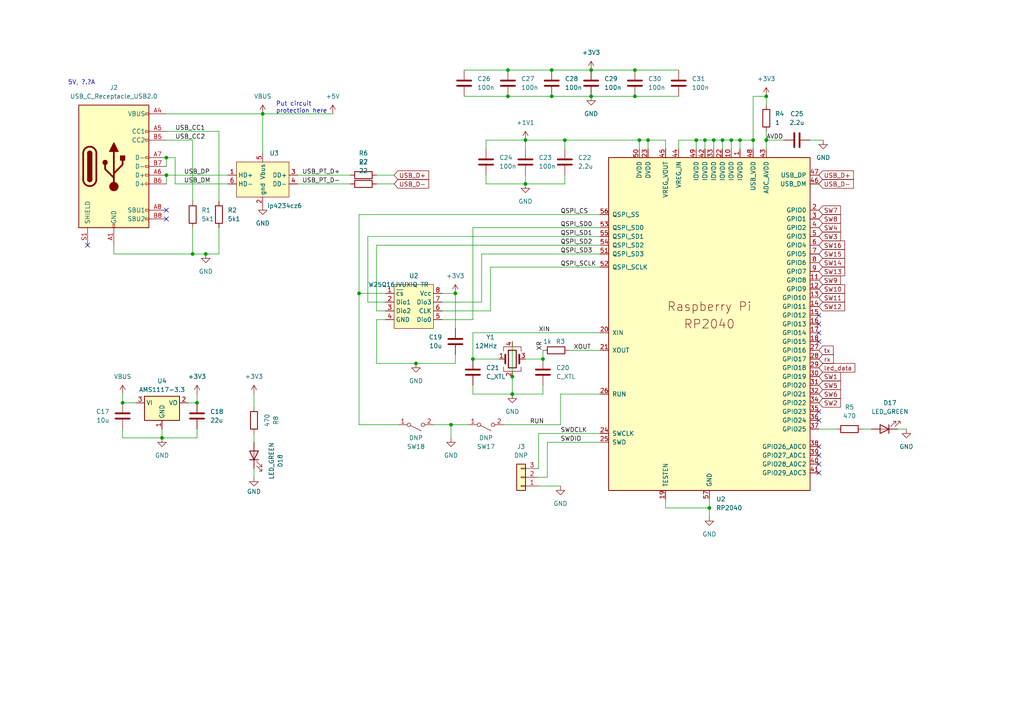
<source format=kicad_sch>
(kicad_sch (version 20230121) (generator eeschema)
  (paper "A4")
  (lib_symbols
    (symbol "Connector:USB_C_Receptacle_USB2.0" (pin_names (offset 1.016))
      (property "Reference" "J" (at -10.16 19.05 0))
      (property "Value" "USB_C_Receptacle_USB2.0" (at 19.05 19.05 0))
      (symbol "USB_C_Receptacle_USB2.0_0_0"
        (rectangle (start -0.254 -17.78) (end 0.254 -16.764))
        (rectangle (start 10.16 -14.986) (end 9.144 -15.494))
        (rectangle (start 10.16 -12.446) (end 9.144 -12.954))
        (rectangle (start 10.16 -4.826) (end 9.144 -5.334))
        (rectangle (start 10.16 -2.286) (end 9.144 -2.794))
        (rectangle (start 10.16 0.254) (end 9.144 -0.254))
        (rectangle (start 10.16 2.794) (end 9.144 2.286))
        (rectangle (start 10.16 7.874) (end 9.144 7.366))
        (rectangle (start 10.16 10.414) (end 9.144 9.906))
        (rectangle (start 10.16 15.494) (end 9.144 14.986))
      )
      (symbol "USB_C_Receptacle_USB2.0_0_1"
        (rectangle (start -10.16 17.78) (end 10.16 -17.78) (stroke (width 0.254)) (fill (type background)))
        (arc (start -8.89 -3.81) (mid -6.985 -5.7067) (end -5.08 -3.81) (stroke (width 0.508)))
        (arc (start -7.62 -3.81) (mid -6.985 -4.4423) (end -6.35 -3.81) (stroke (width 0.254)))
        (arc (start -7.62 -3.81) (mid -6.985 -4.4423) (end -6.35 -3.81) (stroke (width 0.254)) (fill (type outline)))
        (rectangle (start -7.62 -3.81) (end -6.35 3.81) (stroke (width 0.254)) (fill (type outline)))
        (arc (start -6.35 3.81) (mid -6.985 4.4423) (end -7.62 3.81) (stroke (width 0.254)))
        (arc (start -6.35 3.81) (mid -6.985 4.4423) (end -7.62 3.81) (stroke (width 0.254)) (fill (type outline)))
        (arc (start -5.08 3.81) (mid -6.985 5.7067) (end -8.89 3.81) (stroke (width 0.508)))
        (circle (center -2.54 1.143) (radius 0.635) (stroke (width 0.254)) (fill (type outline)))
        (circle (center 0 -5.842) (radius 1.27) (fill (type outline)))
        (polyline (pts (xy -8.89 -3.81) (xy -8.89 3.81)) (stroke (width 0.508)))
        (polyline (pts (xy -5.08 3.81) (xy -5.08 -3.81)) (stroke (width 0.508)))
        (polyline (pts (xy 0 -5.842) (xy 0 4.318)) (stroke (width 0.508)))
        (polyline (pts (xy 0 -3.302) (xy -2.54 -0.762) (xy -2.54 0.508)) (stroke (width 0.508)))
        (polyline (pts (xy 0 -2.032) (xy 2.54 0.508) (xy 2.54 1.778)) (stroke (width 0.508)))
        (polyline (pts (xy -1.27 4.318) (xy 0 6.858) (xy 1.27 4.318) (xy -1.27 4.318)) (stroke (width 0.254)) (fill (type outline)))
        (rectangle (start 1.905 1.778) (end 3.175 3.048) (stroke (width 0.254)) (fill (type outline)))
      )
      (symbol "USB_C_Receptacle_USB2.0_1_1"
        (pin passive line (at 0 -22.86 90) (length 5.08) (name "GND") (number "A1"))
        (pin passive line (at 0 -22.86 90) (length 5.08) hide (name "GND") (number "A12"))
        (pin passive line (at 15.24 15.24 180) (length 5.08) (name "VBUS") (number "A4"))
        (pin bidirectional line (at 15.24 10.16 180) (length 5.08) (name "CC1") (number "A5"))
        (pin bidirectional line (at 15.24 -2.54 180) (length 5.08) (name "D+") (number "A6"))
        (pin bidirectional line (at 15.24 2.54 180) (length 5.08) (name "D-") (number "A7"))
        (pin bidirectional line (at 15.24 -12.7 180) (length 5.08) (name "SBU1") (number "A8"))
        (pin passive line (at 15.24 15.24 180) (length 5.08) hide (name "VBUS") (number "A9"))
        (pin passive line (at 0 -22.86 90) (length 5.08) hide (name "GND") (number "B1"))
        (pin passive line (at 0 -22.86 90) (length 5.08) hide (name "GND") (number "B12"))
        (pin passive line (at 15.24 15.24 180) (length 5.08) hide (name "VBUS") (number "B4"))
        (pin bidirectional line (at 15.24 7.62 180) (length 5.08) (name "CC2") (number "B5"))
        (pin bidirectional line (at 15.24 -5.08 180) (length 5.08) (name "D+") (number "B6"))
        (pin bidirectional line (at 15.24 0 180) (length 5.08) (name "D-") (number "B7"))
        (pin bidirectional line (at 15.24 -15.24 180) (length 5.08) (name "SBU2") (number "B8"))
        (pin passive line (at 15.24 15.24 180) (length 5.08) hide (name "VBUS") (number "B9"))
        (pin passive line (at -7.62 -22.86 90) (length 5.08) (name "SHIELD") (number "S1"))
      )
    )
    (symbol "Connector_Generic:Conn_01x03" (pin_names (offset 1.016) hide)
      (property "Reference" "J" (at 0 5.08 0))
      (property "Value" "Conn_01x03" (at 0 -5.08 0))
      (symbol "Conn_01x03_1_1"
        (rectangle (start -1.27 -2.413) (end 0 -2.667) (stroke (width 0.1524)))
        (rectangle (start -1.27 0.127) (end 0 -0.127) (stroke (width 0.1524)))
        (rectangle (start -1.27 2.667) (end 0 2.413) (stroke (width 0.1524)))
        (rectangle (start -1.27 3.81) (end 1.27 -3.81) (stroke (width 0.254)) (fill (type background)))
        (pin passive line (at -5.08 2.54 0) (length 3.81) (name "Pin_1") (number "1"))
        (pin passive line (at -5.08 0 0) (length 3.81) (name "Pin_2") (number "2"))
        (pin passive line (at -5.08 -2.54 0) (length 3.81) (name "Pin_3") (number "3"))
      )
    )
    (symbol "Device:C" (pin_numbers hide) (pin_names (offset 0.254))
      (property "Reference" "C" (at 0.635 2.54 0))
      (property "Value" "C" (at 0.635 -2.54 0))
      (symbol "C_0_1"
        (polyline (pts (xy -2.032 -0.762) (xy 2.032 -0.762)) (stroke (width 0.508)))
        (polyline (pts (xy -2.032 0.762) (xy 2.032 0.762)) (stroke (width 0.508)))
      )
      (symbol "C_1_1"
        (pin passive line (at 0 3.81 270) (length 2.794) (name "~") (number "1"))
        (pin passive line (at 0 -3.81 90) (length 2.794) (name "~") (number "2"))
      )
    )
    (symbol "Device:Crystal_GND24" (pin_names (offset 1.016) hide)
      (property "Reference" "Y" (at 3.175 5.08 0))
      (property "Value" "Crystal_GND24" (at 3.175 3.175 0))
      (symbol "Crystal_GND24_0_1"
        (rectangle (start -1.143 2.54) (end 1.143 -2.54) (stroke (width 0.3048)))
        (polyline (pts (xy -2.54 0) (xy -2.032 0)))
        (polyline (pts (xy -2.032 -1.27) (xy -2.032 1.27)) (stroke (width 0.508)))
        (polyline (pts (xy 0 -3.81) (xy 0 -3.556)))
        (polyline (pts (xy 0 3.556) (xy 0 3.81)))
        (polyline (pts (xy 2.032 -1.27) (xy 2.032 1.27)) (stroke (width 0.508)))
        (polyline (pts (xy 2.032 0) (xy 2.54 0)))
        (polyline (pts (xy -2.54 -2.286) (xy -2.54 -3.556) (xy 2.54 -3.556) (xy 2.54 -2.286)))
        (polyline (pts (xy -2.54 2.286) (xy -2.54 3.556) (xy 2.54 3.556) (xy 2.54 2.286)))
      )
      (symbol "Crystal_GND24_1_1"
        (pin passive line (at -3.81 0 0) (length 1.27) (name "1") (number "1"))
        (pin passive line (at 0 5.08 270) (length 1.27) (name "2") (number "2"))
        (pin passive line (at 3.81 0 180) (length 1.27) (name "3") (number "3"))
        (pin passive line (at 0 -5.08 90) (length 1.27) (name "4") (number "4"))
      )
    )
    (symbol "Device:LED" (pin_numbers hide) (pin_names (offset 1.016) hide)
      (property "Reference" "D" (at 0 2.54 0))
      (property "Value" "LED" (at 0 -2.54 0))
      (symbol "LED_0_1"
        (polyline (pts (xy -1.27 -1.27) (xy -1.27 1.27)) (stroke (width 0.254)))
        (polyline (pts (xy -1.27 0) (xy 1.27 0)))
        (polyline (pts (xy 1.27 -1.27) (xy 1.27 1.27) (xy -1.27 0) (xy 1.27 -1.27)) (stroke (width 0.254)))
        (polyline (pts (xy -3.048 -0.762) (xy -4.572 -2.286) (xy -3.81 -2.286) (xy -4.572 -2.286) (xy -4.572 -1.524)))
        (polyline (pts (xy -1.778 -0.762) (xy -3.302 -2.286) (xy -2.54 -2.286) (xy -3.302 -2.286) (xy -3.302 -1.524)))
      )
      (symbol "LED_1_1"
        (pin passive line (at -3.81 0 0) (length 2.54) (name "K") (number "1"))
        (pin passive line (at 3.81 0 180) (length 2.54) (name "A") (number "2"))
      )
    )
    (symbol "Device:R" (pin_numbers hide) (pin_names (offset 0))
      (property "Reference" "R" (at 2.032 0 90))
      (property "Value" "R" (at 0 0 90))
      (symbol "R_0_1"
        (rectangle (start -1.016 -2.54) (end 1.016 2.54) (stroke (width 0.254)))
      )
      (symbol "R_1_1"
        (pin passive line (at 0 3.81 270) (length 1.27) (name "~") (number "1"))
        (pin passive line (at 0 -3.81 90) (length 1.27) (name "~") (number "2"))
      )
    )
    (symbol "MCU_RaspberryPi_and_Boards:256-W25Q16JVUXIQTRCT"
      (property "Reference" "U" (at 0 7.62 0))
      (symbol "256-W25Q16JVUXIQTRCT_1_1"
        (rectangle (start -5.08 6.35) (end 6.35 -6.35) (fill (type background)))
        (pin power_in line (at -7.62 3.81 0) (length 2.54) (name "~{cs}") (number "1"))
        (pin power_in line (at -7.62 1.27 0) (length 2.54) (name "Dio1") (number "2"))
        (pin power_in line (at -7.62 -1.27 0) (length 2.54) (name "Dio2") (number "3"))
        (pin power_in line (at -7.62 -3.81 0) (length 2.54) (name "GND") (number "4"))
        (pin power_in line (at 8.89 -3.81 180) (length 2.54) (name "Dio0") (number "5"))
        (pin power_in line (at 8.89 -1.27 180) (length 2.54) (name "CLK") (number "6"))
        (pin power_in line (at 8.89 1.27 180) (length 2.54) (name "Dio3") (number "7"))
        (pin power_in line (at 8.89 3.81 180) (length 2.54) (name "Vcc") (number "8"))
      )
    )
    (symbol "MCU_RaspberryPi_and_Boards:RP2040" (pin_names (offset 1.016))
      (property "Reference" "U" (at -29.21 49.53 0))
      (property "Value" "RP2040" (at 24.13 -49.53 0))
      (symbol "RP2040_0_0"
        (text "Raspberry Pi" (at 0 5.08 0) (effects (font (size 2.54 2.54))))
        (text "RP2040" (at 0 0 0) (effects (font (size 2.54 2.54))))
      )
      (symbol "RP2040_0_1"
        (rectangle (start 29.21 48.26) (end -29.21 -48.26) (stroke (width 0.254)) (fill (type background)))
      )
      (symbol "RP2040_1_1"
        (pin power_in line (at 8.89 50.8 270) (length 2.54) (name "IOVDD") (number "1"))
        (pin power_in line (at 6.35 50.8 270) (length 2.54) (name "IOVDD") (number "10"))
        (pin bidirectional line (at 31.75 12.7 180) (length 2.54) (name "GPIO8") (number "11"))
        (pin bidirectional line (at 31.75 10.16 180) (length 2.54) (name "GPIO9") (number "12"))
        (pin bidirectional line (at 31.75 7.62 180) (length 2.54) (name "GPIO10") (number "13"))
        (pin bidirectional line (at 31.75 5.08 180) (length 2.54) (name "GPIO11") (number "14"))
        (pin bidirectional line (at 31.75 2.54 180) (length 2.54) (name "GPIO12") (number "15"))
        (pin bidirectional line (at 31.75 0 180) (length 2.54) (name "GPIO13") (number "16"))
        (pin bidirectional line (at 31.75 -2.54 180) (length 2.54) (name "GPIO14") (number "17"))
        (pin bidirectional line (at 31.75 -5.08 180) (length 2.54) (name "GPIO15") (number "18"))
        (pin passive line (at -12.7 -50.8 90) (length 2.54) (name "TESTEN") (number "19"))
        (pin bidirectional line (at 31.75 33.02 180) (length 2.54) (name "GPIO0") (number "2"))
        (pin input line (at -31.75 -2.54 0) (length 2.54) (name "XIN") (number "20"))
        (pin passive line (at -31.75 -7.62 0) (length 2.54) (name "XOUT") (number "21"))
        (pin power_in line (at 3.81 50.8 270) (length 2.54) (name "IOVDD") (number "22"))
        (pin power_in line (at -17.78 50.8 270) (length 2.54) (name "DVDD") (number "23"))
        (pin output line (at -31.75 -31.75 0) (length 2.54) (name "SWCLK") (number "24"))
        (pin bidirectional line (at -31.75 -34.29 0) (length 2.54) (name "SWD") (number "25"))
        (pin input line (at -31.75 -20.32 0) (length 2.54) (name "RUN") (number "26"))
        (pin bidirectional line (at 31.75 -7.62 180) (length 2.54) (name "GPIO16") (number "27"))
        (pin bidirectional line (at 31.75 -10.16 180) (length 2.54) (name "GPIO17") (number "28"))
        (pin bidirectional line (at 31.75 -12.7 180) (length 2.54) (name "GPIO18") (number "29"))
        (pin bidirectional line (at 31.75 30.48 180) (length 2.54) (name "GPIO1") (number "3"))
        (pin bidirectional line (at 31.75 -15.24 180) (length 2.54) (name "GPIO19") (number "30"))
        (pin bidirectional line (at 31.75 -17.78 180) (length 2.54) (name "GPIO20") (number "31"))
        (pin bidirectional line (at 31.75 -20.32 180) (length 2.54) (name "GPIO21") (number "32"))
        (pin power_in line (at 1.27 50.8 270) (length 2.54) (name "IOVDD") (number "33"))
        (pin bidirectional line (at 31.75 -22.86 180) (length 2.54) (name "GPIO22") (number "34"))
        (pin bidirectional line (at 31.75 -25.4 180) (length 2.54) (name "GPIO23") (number "35"))
        (pin bidirectional line (at 31.75 -27.94 180) (length 2.54) (name "GPIO24") (number "36"))
        (pin bidirectional line (at 31.75 -30.48 180) (length 2.54) (name "GPIO25") (number "37"))
        (pin bidirectional line (at 31.75 -35.56 180) (length 2.54) (name "GPIO26_ADC0") (number "38"))
        (pin bidirectional line (at 31.75 -38.1 180) (length 2.54) (name "GPIO27_ADC1") (number "39"))
        (pin bidirectional line (at 31.75 27.94 180) (length 2.54) (name "GPIO2") (number "4"))
        (pin bidirectional line (at 31.75 -40.64 180) (length 2.54) (name "GPIO28_ADC2") (number "40"))
        (pin bidirectional line (at 31.75 -43.18 180) (length 2.54) (name "GPIO29_ADC3") (number "41"))
        (pin power_in line (at -1.27 50.8 270) (length 2.54) (name "IOVDD") (number "42"))
        (pin power_in line (at 16.51 50.8 270) (length 2.54) (name "ADC_AVDD") (number "43"))
        (pin power_in line (at -8.89 50.8 270) (length 2.54) (name "VREG_IN") (number "44"))
        (pin power_out line (at -12.7 50.8 270) (length 2.54) (name "VREG_VOUT") (number "45"))
        (pin bidirectional line (at 31.75 40.64 180) (length 2.54) (name "USB_DM") (number "46"))
        (pin bidirectional line (at 31.75 43.18 180) (length 2.54) (name "USB_DP") (number "47"))
        (pin power_in line (at 12.7 50.8 270) (length 2.54) (name "USB_VDD") (number "48"))
        (pin power_in line (at -3.81 50.8 270) (length 2.54) (name "IOVDD") (number "49"))
        (pin bidirectional line (at 31.75 25.4 180) (length 2.54) (name "GPIO3") (number "5"))
        (pin power_in line (at -20.32 50.8 270) (length 2.54) (name "DVDD") (number "50"))
        (pin bidirectional line (at -31.75 20.32 0) (length 2.54) (name "QSPI_SD3") (number "51"))
        (pin output line (at -31.75 16.51 0) (length 2.54) (name "QSPI_SCLK") (number "52"))
        (pin bidirectional line (at -31.75 27.94 0) (length 2.54) (name "QSPI_SD0") (number "53"))
        (pin bidirectional line (at -31.75 22.86 0) (length 2.54) (name "QSPI_SD2") (number "54"))
        (pin bidirectional line (at -31.75 25.4 0) (length 2.54) (name "QSPI_SD1") (number "55"))
        (pin bidirectional line (at -31.75 31.75 0) (length 2.54) (name "QSPI_SS") (number "56"))
        (pin power_in line (at 0 -50.8 90) (length 2.54) (name "GND") (number "57"))
        (pin bidirectional line (at 31.75 22.86 180) (length 2.54) (name "GPIO4") (number "6"))
        (pin bidirectional line (at 31.75 20.32 180) (length 2.54) (name "GPIO5") (number "7"))
        (pin bidirectional line (at 31.75 17.78 180) (length 2.54) (name "GPIO6") (number "8"))
        (pin bidirectional line (at 31.75 15.24 180) (length 2.54) (name "GPIO7") (number "9"))
      )
    )
    (symbol "Regulator_Linear:AMS1117-3.3"
      (property "Reference" "U" (at -3.81 3.175 0))
      (property "Value" "AMS1117-3.3" (at 0 3.175 0))
      (symbol "AMS1117-3.3_0_1"
        (rectangle (start -5.08 -5.08) (end 5.08 1.905) (stroke (width 0.254)) (fill (type background)))
      )
      (symbol "AMS1117-3.3_1_1"
        (pin power_in line (at 0 -7.62 90) (length 2.54) (name "GND") (number "1"))
        (pin power_out line (at 7.62 0 180) (length 2.54) (name "VO") (number "2"))
        (pin power_in line (at -7.62 0 0) (length 2.54) (name "VI") (number "3"))
      )
    )
    (symbol "Switch:SW_SPST" (pin_names (offset 0) hide)
      (property "Reference" "SW" (at 0 3.175 0))
      (property "Value" "SW_SPST" (at 0 -2.54 0))
      (symbol "SW_SPST_0_0"
        (circle (center -2.032 0) (radius 0.508))
        (polyline (pts (xy -1.524 0.254) (xy 1.524 1.778)))
        (circle (center 2.032 0) (radius 0.508))
      )
      (symbol "SW_SPST_1_1"
        (pin passive line (at -5.08 0 0) (length 2.54) (name "A") (number "1"))
        (pin passive line (at 5.08 0 180) (length 2.54) (name "B") (number "2"))
      )
    )
    (symbol "power:+1V1" (power) (pin_names (offset 0))
      (property "Value" "+1V1" (at 0 3.556 0))
      (symbol "+1V1_0_1"
        (polyline (pts (xy -0.762 1.27) (xy 0 2.54)))
        (polyline (pts (xy 0 0) (xy 0 2.54)))
        (polyline (pts (xy 0 2.54) (xy 0.762 1.27)))
      )
      (symbol "+1V1_1_1"
        (pin power_in line (at 0 0 90) (length 0) hide (name "+1V1") (number "1"))
      )
    )
    (symbol "power:+3V3" (power) (pin_names (offset 0))
      (property "Value" "+3V3" (at 0 3.556 0))
      (symbol "+3V3_0_1"
        (polyline (pts (xy -0.762 1.27) (xy 0 2.54)))
        (polyline (pts (xy 0 0) (xy 0 2.54)))
        (polyline (pts (xy 0 2.54) (xy 0.762 1.27)))
      )
      (symbol "+3V3_1_1"
        (pin power_in line (at 0 0 90) (length 0) hide (name "+3V3") (number "1"))
      )
    )
    (symbol "power:+5V" (power) (pin_names (offset 0))
      (property "Value" "+5V" (at 0 3.556 0))
      (symbol "+5V_0_1"
        (polyline (pts (xy -0.762 1.27) (xy 0 2.54)))
        (polyline (pts (xy 0 0) (xy 0 2.54)))
        (polyline (pts (xy 0 2.54) (xy 0.762 1.27)))
      )
      (symbol "+5V_1_1"
        (pin power_in line (at 0 0 90) (length 0) hide (name "+5V") (number "1"))
      )
    )
    (symbol "power:GND" (power) (pin_names (offset 0))
      (property "Value" "GND" (at 0 -3.81 0))
      (symbol "GND_0_1"
        (polyline (pts (xy 0 0) (xy 0 -1.27) (xy 1.27 -1.27) (xy 0 -2.54) (xy -1.27 -1.27) (xy 0 -1.27)))
      )
      (symbol "GND_1_1"
        (pin power_in line (at 0 0 270) (length 0) hide (name "GND") (number "1"))
      )
    )
    (symbol "power:VBUS" (power) (pin_names (offset 0))
      (property "Value" "VBUS" (at 0 3.81 0))
      (symbol "VBUS_0_1"
        (polyline (pts (xy -0.762 1.27) (xy 0 2.54)))
        (polyline (pts (xy 0 0) (xy 0 2.54)))
        (polyline (pts (xy 0 2.54) (xy 0.762 1.27)))
      )
      (symbol "VBUS_1_1"
        (pin power_in line (at 0 0 90) (length 0) hide (name "VBUS") (number "1"))
      )
    )
    (symbol "tvs:ip4234cz6"
      (property "Reference" "U" (at -6.35 6.35 0))
      (symbol "ip4234cz6_1_1"
        (rectangle (start -7.62 5.08) (end 7.62 -5.08) (fill (type background)))
        (pin input line (at -10.16 1.27 0) (length 2.54) (name "HD+") (number "1"))
        (pin input line (at 0 -7.62 90) (length 2.54) (name "gnd") (number "2"))
        (pin input line (at 10.16 1.27 180) (length 2.54) (name "DD+") (number "3"))
        (pin input line (at 10.16 -1.27 180) (length 2.54) (name "DD-") (number "4"))
        (pin input line (at 0 7.62 270) (length 2.54) (name "Vbus") (number "5"))
        (pin input line (at -10.16 -1.27 0) (length 2.54) (name "HD-") (number "6"))
      )
    )
  )
  (junction (at 55.88 73.66))
  (junction (at 209.55 40.64))
  (junction (at 205.74 147.32))
  (junction (at 57.15 116.84))
  (junction (at 187.96 40.64))
  (junction (at 76.2 33.02))
  (junction (at 184.15 20.32))
  (junction (at 207.01 40.64))
  (junction (at 137.16 104.14))
  (junction (at 148.59 109.22))
  (junction (at 147.32 27.94))
  (junction (at 148.59 114.3))
  (junction (at 104.14 85.09))
  (junction (at 212.09 40.64))
  (junction (at 120.65 105.41))
  (junction (at 48.26 50.8))
  (junction (at 35.56 116.84))
  (junction (at 147.32 20.32))
  (junction (at 218.44 40.64))
  (junction (at 59.69 73.66))
  (junction (at 163.83 40.64))
  (junction (at 157.48 104.14))
  (junction (at 185.42 40.64))
  (junction (at 160.02 20.32))
  (junction (at 222.25 40.64))
  (junction (at 201.93 40.64))
  (junction (at 48.26 45.72))
  (junction (at 130.81 123.19))
  (junction (at 171.45 20.32))
  (junction (at 204.47 40.64))
  (junction (at 222.25 27.94))
  (junction (at 152.4 53.34))
  (junction (at 152.4 40.64))
  (junction (at 132.08 85.09))
  (junction (at 46.99 127))
  (junction (at 184.15 27.94))
  (junction (at 214.63 40.64))
  (junction (at 171.45 27.94))
  (junction (at 160.02 27.94))
  (no_connect (at 237.49 96.52))
  (no_connect (at 237.49 119.38))
  (no_connect (at 237.49 121.92))
  (no_connect (at 237.49 134.62))
  (no_connect (at 237.49 132.08))
  (no_connect (at 48.26 63.5))
  (no_connect (at 237.49 91.44))
  (no_connect (at 25.4 71.12))
  (no_connect (at 237.49 99.06))
  (no_connect (at 237.49 93.98))
  (no_connect (at 48.26 60.96))
  (no_connect (at 237.49 129.54))
  (no_connect (at 237.49 137.16))
  (wire (pts (xy 35.56 114.3) (xy 35.56 116.84)))
  (wire (pts (xy 163.83 40.64) (xy 163.83 43.18)))
  (wire (pts (xy 171.45 27.94) (xy 184.15 27.94)))
  (wire (pts (xy 35.56 127) (xy 35.56 124.46)))
  (wire (pts (xy 214.63 40.64) (xy 218.44 40.64)))
  (wire (pts (xy 128.27 92.71) (xy 137.16 92.71)))
  (wire (pts (xy 187.96 43.18) (xy 187.96 40.64)))
  (wire (pts (xy 205.74 144.78) (xy 205.74 147.32)))
  (wire (pts (xy 109.22 105.41) (xy 120.65 105.41)))
  (wire (pts (xy 128.27 85.09) (xy 132.08 85.09)))
  (wire (pts (xy 184.15 20.32) (xy 196.85 20.32)))
  (wire (pts (xy 163.83 53.34) (xy 152.4 53.34)))
  (wire (pts (xy 120.65 105.41) (xy 132.08 105.41)))
  (wire (pts (xy 137.16 66.04) (xy 137.16 92.71)))
  (wire (pts (xy 132.08 85.09) (xy 132.08 95.25)))
  (wire (pts (xy 157.48 104.14) (xy 157.48 101.6)))
  (wire (pts (xy 33.02 73.66) (xy 55.88 73.66)))
  (wire (pts (xy 46.99 127) (xy 35.56 127)))
  (wire (pts (xy 158.75 128.27) (xy 158.75 138.43)))
  (wire (pts (xy 250.19 124.46) (xy 252.73 124.46)))
  (wire (pts (xy 160.02 20.32) (xy 171.45 20.32)))
  (wire (pts (xy 260.35 124.46) (xy 262.89 124.46)))
  (wire (pts (xy 148.59 114.3) (xy 157.48 114.3)))
  (wire (pts (xy 106.68 68.58) (xy 173.99 68.58)))
  (wire (pts (xy 76.2 33.02) (xy 76.2 44.45)))
  (wire (pts (xy 137.16 96.52) (xy 173.99 96.52)))
  (wire (pts (xy 204.47 40.64) (xy 207.01 40.64)))
  (wire (pts (xy 86.36 53.34) (xy 101.6 53.34)))
  (wire (pts (xy 86.36 50.8) (xy 101.6 50.8)))
  (wire (pts (xy 148.59 99.06) (xy 148.59 109.22)))
  (wire (pts (xy 204.47 40.64) (xy 204.47 43.18)))
  (wire (pts (xy 140.97 40.64) (xy 152.4 40.64)))
  (wire (pts (xy 156.21 140.97) (xy 162.56 140.97)))
  (wire (pts (xy 46.99 124.46) (xy 46.99 127)))
  (wire (pts (xy 111.76 87.63) (xy 106.68 87.63)))
  (wire (pts (xy 146.05 123.19) (xy 162.56 123.19)))
  (wire (pts (xy 193.04 144.78) (xy 193.04 147.32)))
  (wire (pts (xy 48.26 50.8) (xy 48.26 53.34)))
  (wire (pts (xy 158.75 138.43) (xy 156.21 138.43)))
  (wire (pts (xy 137.16 104.14) (xy 144.78 104.14)))
  (wire (pts (xy 173.99 125.73) (xy 156.21 125.73)))
  (wire (pts (xy 147.32 27.94) (xy 160.02 27.94)))
  (wire (pts (xy 165.1 101.6) (xy 173.99 101.6)))
  (wire (pts (xy 55.88 73.66) (xy 59.69 73.66)))
  (wire (pts (xy 109.22 53.34) (xy 114.3 53.34)))
  (wire (pts (xy 109.22 50.8) (xy 114.3 50.8)))
  (wire (pts (xy 57.15 114.3) (xy 57.15 116.84)))
  (wire (pts (xy 152.4 104.14) (xy 157.48 104.14)))
  (wire (pts (xy 73.66 125.73) (xy 73.66 128.27)))
  (wire (pts (xy 132.08 105.41) (xy 132.08 102.87)))
  (wire (pts (xy 152.4 53.34) (xy 140.97 53.34)))
  (wire (pts (xy 135.89 123.19) (xy 130.81 123.19)))
  (wire (pts (xy 48.26 40.64) (xy 55.88 40.64)))
  (wire (pts (xy 157.48 114.3) (xy 157.48 111.76)))
  (wire (pts (xy 50.8 45.72) (xy 50.8 53.34)))
  (wire (pts (xy 73.66 135.89) (xy 73.66 138.43)))
  (wire (pts (xy 106.68 87.63) (xy 106.68 68.58)))
  (wire (pts (xy 139.7 87.63) (xy 139.7 73.66)))
  (wire (pts (xy 237.49 124.46) (xy 242.57 124.46)))
  (wire (pts (xy 111.76 92.71) (xy 109.22 92.71)))
  (wire (pts (xy 152.4 40.64) (xy 152.4 43.18)))
  (wire (pts (xy 134.62 27.94) (xy 147.32 27.94)))
  (wire (pts (xy 134.62 20.32) (xy 147.32 20.32)))
  (wire (pts (xy 63.5 38.1) (xy 63.5 58.42)))
  (wire (pts (xy 104.14 62.23) (xy 104.14 85.09)))
  (wire (pts (xy 128.27 87.63) (xy 139.7 87.63)))
  (wire (pts (xy 185.42 40.64) (xy 187.96 40.64)))
  (wire (pts (xy 212.09 40.64) (xy 214.63 40.64)))
  (wire (pts (xy 104.14 85.09) (xy 111.76 85.09)))
  (wire (pts (xy 55.88 66.04) (xy 55.88 73.66)))
  (wire (pts (xy 196.85 40.64) (xy 201.93 40.64)))
  (wire (pts (xy 171.45 20.32) (xy 184.15 20.32)))
  (wire (pts (xy 128.27 90.17) (xy 142.24 90.17)))
  (wire (pts (xy 48.26 50.8) (xy 66.04 50.8)))
  (wire (pts (xy 139.7 73.66) (xy 173.99 73.66)))
  (wire (pts (xy 160.02 27.94) (xy 171.45 27.94)))
  (wire (pts (xy 212.09 40.64) (xy 212.09 43.18)))
  (wire (pts (xy 162.56 123.19) (xy 162.56 114.3)))
  (wire (pts (xy 57.15 116.84) (xy 54.61 116.84)))
  (wire (pts (xy 63.5 66.04) (xy 63.5 73.66)))
  (wire (pts (xy 48.26 33.02) (xy 76.2 33.02)))
  (wire (pts (xy 125.73 123.19) (xy 130.81 123.19)))
  (wire (pts (xy 33.02 71.12) (xy 33.02 73.66)))
  (wire (pts (xy 152.4 50.8) (xy 152.4 53.34)))
  (wire (pts (xy 184.15 27.94) (xy 196.85 27.94)))
  (wire (pts (xy 207.01 40.64) (xy 207.01 43.18)))
  (wire (pts (xy 222.25 40.64) (xy 227.33 40.64)))
  (wire (pts (xy 104.14 123.19) (xy 115.57 123.19)))
  (wire (pts (xy 137.16 66.04) (xy 173.99 66.04)))
  (wire (pts (xy 142.24 90.17) (xy 142.24 77.47)))
  (wire (pts (xy 162.56 114.3) (xy 173.99 114.3)))
  (wire (pts (xy 218.44 40.64) (xy 218.44 43.18)))
  (wire (pts (xy 152.4 40.64) (xy 163.83 40.64)))
  (wire (pts (xy 185.42 43.18) (xy 185.42 40.64)))
  (wire (pts (xy 57.15 124.46) (xy 57.15 127)))
  (wire (pts (xy 201.93 40.64) (xy 204.47 40.64)))
  (wire (pts (xy 156.21 125.73) (xy 156.21 135.89)))
  (wire (pts (xy 140.97 50.8) (xy 140.97 53.34)))
  (wire (pts (xy 130.81 123.19) (xy 130.81 127)))
  (wire (pts (xy 48.26 45.72) (xy 48.26 48.26)))
  (wire (pts (xy 137.16 114.3) (xy 148.59 114.3)))
  (wire (pts (xy 57.15 127) (xy 46.99 127)))
  (wire (pts (xy 214.63 40.64) (xy 214.63 43.18)))
  (wire (pts (xy 158.75 128.27) (xy 173.99 128.27)))
  (wire (pts (xy 205.74 149.86) (xy 205.74 147.32)))
  (wire (pts (xy 140.97 43.18) (xy 140.97 40.64)))
  (wire (pts (xy 137.16 104.14) (xy 137.16 96.52)))
  (wire (pts (xy 209.55 40.64) (xy 212.09 40.64)))
  (wire (pts (xy 201.93 43.18) (xy 201.93 40.64)))
  (wire (pts (xy 222.25 30.48) (xy 222.25 27.94)))
  (wire (pts (xy 196.85 43.18) (xy 196.85 40.64)))
  (wire (pts (xy 148.59 109.22) (xy 148.59 114.3)))
  (wire (pts (xy 59.69 73.66) (xy 63.5 73.66)))
  (wire (pts (xy 35.56 116.84) (xy 39.37 116.84)))
  (wire (pts (xy 222.25 38.1) (xy 222.25 40.64)))
  (wire (pts (xy 222.25 40.64) (xy 222.25 43.18)))
  (wire (pts (xy 193.04 40.64) (xy 193.04 43.18)))
  (wire (pts (xy 163.83 40.64) (xy 185.42 40.64)))
  (wire (pts (xy 55.88 40.64) (xy 55.88 58.42)))
  (wire (pts (xy 50.8 45.72) (xy 48.26 45.72)))
  (wire (pts (xy 111.76 90.17) (xy 109.22 90.17)))
  (wire (pts (xy 163.83 50.8) (xy 163.83 53.34)))
  (wire (pts (xy 76.2 33.02) (xy 96.52 33.02)))
  (wire (pts (xy 142.24 77.47) (xy 173.99 77.47)))
  (wire (pts (xy 73.66 114.3) (xy 73.66 118.11)))
  (wire (pts (xy 218.44 27.94) (xy 218.44 40.64)))
  (wire (pts (xy 147.32 20.32) (xy 160.02 20.32)))
  (wire (pts (xy 104.14 85.09) (xy 104.14 123.19)))
  (wire (pts (xy 187.96 40.64) (xy 193.04 40.64)))
  (wire (pts (xy 109.22 71.12) (xy 173.99 71.12)))
  (wire (pts (xy 66.04 53.34) (xy 50.8 53.34)))
  (wire (pts (xy 109.22 90.17) (xy 109.22 71.12)))
  (wire (pts (xy 104.14 62.23) (xy 173.99 62.23)))
  (wire (pts (xy 109.22 92.71) (xy 109.22 105.41)))
  (wire (pts (xy 207.01 40.64) (xy 209.55 40.64)))
  (wire (pts (xy 222.25 27.94) (xy 218.44 27.94)))
  (wire (pts (xy 209.55 40.64) (xy 209.55 43.18)))
  (wire (pts (xy 48.26 38.1) (xy 63.5 38.1)))
  (wire (pts (xy 234.95 40.64) (xy 238.76 40.64)))
  (wire (pts (xy 193.04 147.32) (xy 205.74 147.32)))
  (wire (pts (xy 137.16 111.76) (xy 137.16 114.3)))
  (text "Put circuit\nprotection here" (at 80.01 33.02 0) (effects (font (size 1.27 1.27)) (justify left bottom)))
  (text "5V, ?.?A" (at 19.685 24.765 0) (effects (font (size 1.27 1.27)) (justify left bottom)))
  (label "XR" (at 157.48 101.6 90))
  (label "XOUT" (at 166.37 101.6 0))
  (label "USB_DP" (at 53.34 50.8 0))
  (label "AVDD" (at 222.25 40.64 0))
  (label "QSPI_SD1" (at 162.56 68.58 0))
  (label "SWDCLK" (at 162.56 125.73 0))
  (label "SWDIO" (at 162.56 128.27 0))
  (label "USB_PT_D+" (at 87.63 50.8 0))
  (label "USB_PT_D-" (at 87.63 53.34 0))
  (label "XIN" (at 156.21 96.52 0))
  (label "QSPI_SD3" (at 162.56 73.66 0))
  (label "QSPI_CS" (at 162.56 62.23 0))
  (label "QSPI_SCLK" (at 162.56 77.47 0))
  (label "RUN" (at 153.67 123.19 0))
  (label "USB_CC1" (at 50.8 38.1 0))
  (label "QSPI_SD2" (at 162.56 71.12 0))
  (label "USB_CC2" (at 50.8 40.64 0))
  (label "USB_DM" (at 53.34 53.34 0))
  (label "QSPI_SD0" (at 162.56 66.04 0))
  (global_label "USB_D-" (shape input) (at 114.3 53.34 0) (property "Intersheetrefs" "${INTERSHEET_REFS}" (effects hide)))
  (global_label "SW13" (shape input) (at 237.49 78.74 0) (property "Intersheetrefs" "${INTERSHEET_REFS}" (effects hide)))
  (global_label "USB_D+" (shape input) (at 114.3 50.8 0) (property "Intersheetrefs" "${INTERSHEET_REFS}" (effects hide)))
  (global_label "USB_D+" (shape input) (at 237.49 50.8 0) (property "Intersheetrefs" "${INTERSHEET_REFS}" (effects hide)))
  (global_label "SW5" (shape input) (at 237.49 111.76 0) (property "Intersheetrefs" "${INTERSHEET_REFS}" (effects hide)))
  (global_label "SW7" (shape input) (at 237.49 60.96 0) (property "Intersheetrefs" "${INTERSHEET_REFS}" (effects hide)))
  (global_label "led_data" (shape input) (at 237.49 106.68 0) (property "Intersheetrefs" "${INTERSHEET_REFS}" (effects hide)))
  (global_label "tx" (shape input) (at 237.49 101.6 0) (property "Intersheetrefs" "${INTERSHEET_REFS}" (effects hide)))
  (global_label "SW14" (shape input) (at 237.49 76.2 0) (property "Intersheetrefs" "${INTERSHEET_REFS}" (effects hide)))
  (global_label "SW15" (shape input) (at 237.49 73.66 0) (property "Intersheetrefs" "${INTERSHEET_REFS}" (effects hide)))
  (global_label "SW8" (shape input) (at 237.49 63.5 0) (property "Intersheetrefs" "${INTERSHEET_REFS}" (effects hide)))
  (global_label "SW9" (shape input) (at 237.49 81.28 0) (property "Intersheetrefs" "${INTERSHEET_REFS}" (effects hide)))
  (global_label "SW10" (shape input) (at 237.49 83.82 0) (property "Intersheetrefs" "${INTERSHEET_REFS}" (effects hide)))
  (global_label "SW16" (shape input) (at 237.49 71.12 0) (property "Intersheetrefs" "${INTERSHEET_REFS}" (effects hide)))
  (global_label "rx" (shape input) (at 237.49 104.14 0) (property "Intersheetrefs" "${INTERSHEET_REFS}" (effects hide)))
  (global_label "SW1" (shape input) (at 237.49 109.22 0) (property "Intersheetrefs" "${INTERSHEET_REFS}" (effects hide)))
  (global_label "SW2" (shape input) (at 237.49 116.84 0) (property "Intersheetrefs" "${INTERSHEET_REFS}" (effects hide)))
  (global_label "SW3" (shape input) (at 237.49 68.58 0) (property "Intersheetrefs" "${INTERSHEET_REFS}" (effects hide)))
  (global_label "SW12" (shape input) (at 237.49 88.9 0) (property "Intersheetrefs" "${INTERSHEET_REFS}" (effects hide)))
  (global_label "SW11" (shape input) (at 237.49 86.36 0) (property "Intersheetrefs" "${INTERSHEET_REFS}" (effects hide)))
  (global_label "SW6" (shape input) (at 237.49 114.3 0) (property "Intersheetrefs" "${INTERSHEET_REFS}" (effects hide)))
  (global_label "USB_D-" (shape input) (at 237.49 53.34 0) (property "Intersheetrefs" "${INTERSHEET_REFS}" (effects hide)))
  (global_label "SW4" (shape input) (at 237.49 66.04 0) (property "Intersheetrefs" "${INTERSHEET_REFS}" (effects hide)))
  (symbol (lib_id "power:GND") (at 76.2 59.69 0) (unit 1)
    (property "Reference" "#PWR01" (effects hide))
    (property "Value" "GND" (at 76.2 64.77 0))
  )
  (symbol (lib_id "Connector:USB_C_Receptacle_USB2.0") (at 33.02 48.26 0) (unit 1)
    (property "Reference" "J2" (at 33.02 25.4 0))
    (property "Value" "USB_C_Receptacle_USB2.0" (at 33.02 27.94 0))
    (property "Footprint" "Connector_USB:USB_C_Receptacle_Palconn_UTC16-G" (effects hide))
    (property "Datasheet" "https://www.usb.org/sites/default/files/documents/usb_type-c.zip" (effects hide))
    (property "DPN" "2073-USB4105-GF-ACT-ND" (effects hide))
    (property "MPN" "USB4105-GF-A" (effects hide))
  )
  (symbol (lib_id "Switch:SW_SPST") (at 120.65 123.19 0) (mirror x) (unit 1)
    (property "Reference" "SW18" (at 120.65 129.54 0))
    (property "Value" "DNP" (at 120.65 127 0))
    (property "Footprint" "Button_Switch_SMD:SW_Push_1P1T_NO_6x6mm_H9.5mm" (effects hide))
  )
  (symbol (lib_id "Device:Crystal_GND24") (at 148.59 104.14 0) (mirror x) (unit 1)
    (property "Reference" "Y1" (at 142.24 97.79 0))
    (property "Value" "12MHz" (at 140.97 100.33 0))
    (property "Footprint" "Crystal:Crystal_SMD_3225-4Pin_3.2x2.5mm" (effects hide))
    (property "DPN" "2151-RH100-12.000-12-1010-X-TR-NS2CT-ND" (effects hide))
    (property "MPN" "RH100-12.000-12-1010-X-TR-NS2" (effects hide))
  )
  (symbol (lib_id "Device:C") (at 171.45 24.13 0) (unit 1)
    (property "Reference" "C29" (at 175.26 22.86 0) (effects (justify left)))
    (property "Value" "100n" (at 175.26 25.4 0) (effects (justify left)))
    (property "Footprint" "Capacitor_SMD:C_0603_1608Metric" (effects hide))
    (property "DPN" "1276-1935-1-ND" (effects hide))
    (property "MPN" "CL10B104KB8NNWC" (effects hide))
  )
  (symbol (lib_id "power:VBUS") (at 35.56 114.3 0) (unit 1)
    (property "Reference" "#PWR04" (effects hide))
    (property "Value" "VBUS" (at 35.56 109.22 0))
  )
  (symbol (lib_id "Device:C") (at 157.48 107.95 0) (unit 1)
    (property "Reference" "C20" (at 161.29 106.68 0) (effects (justify left)))
    (property "Value" "C_XTL" (at 161.29 109.22 0) (effects (justify left)))
    (property "Footprint" "Capacitor_SMD:C_0603_1608Metric" (effects hide))
    (property "DPN" "1292-1487-1-ND" (effects hide))
    (property "MPN" "0603N150J500CT" (effects hide))
  )
  (symbol (lib_id "MCU_RaspberryPi_and_Boards:RP2040") (at 205.74 93.98 0) (unit 1)
    (property "Reference" "U2" (at 207.6959 144.78 0) (effects (justify left)))
    (property "Value" "RP2040" (at 207.6959 147.32 0) (effects (justify left)))
    (property "Footprint" "Package_DFN_QFN:QFN-56-1EP_7x7mm_P0.4mm_EP3.2x3.2mm_ThermalVias" (effects hide))
    (property "DPN" "2648-SC0914(13)CT-ND" (effects hide))
    (property "MPN" "SC0914(13)" (effects hide))
  )
  (symbol (lib_id "Connector_Generic:Conn_01x03") (at 151.13 138.43 180) (unit 1)
    (property "Reference" "J3" (at 151.13 129.54 0))
    (property "Value" "DNP" (at 151.13 132.08 0))
    (property "Footprint" "Connector_PinHeader_2.54mm:PinHeader_1x03_P2.54mm_Vertical" (effects hide))
  )
  (symbol (lib_id "Device:R") (at 246.38 124.46 90) (unit 1)
    (property "Reference" "R5" (at 246.38 118.11 90))
    (property "Value" "470" (at 246.38 120.65 90))
    (property "Footprint" "Resistor_SMD:R_0603_1608Metric" (effects hide))
    (property "DPN" "RMCF0603FT470RCT-ND" (effects hide))
    (property "MPN" "RMCF0603FT470R" (effects hide))
  )
  (symbol (lib_id "Device:C") (at 152.4 46.99 0) (unit 1)
    (property "Reference" "C23" (at 156.21 45.72 0) (effects (justify left)))
    (property "Value" "100n" (at 156.21 48.26 0) (effects (justify left)))
    (property "Footprint" "Capacitor_SMD:C_0603_1608Metric" (effects hide))
    (property "DPN" "1276-1935-1-ND" (effects hide))
    (property "MPN" "CL10B104KB8NNWC" (effects hide))
  )
  (symbol (lib_id "power:GND") (at 205.74 149.86 0) (unit 1)
    (property "Reference" "#PWR010" (effects hide))
    (property "Value" "GND" (at 205.74 154.94 0))
  )
  (symbol (lib_id "power:GND") (at 46.99 127 0) (unit 1)
    (property "Reference" "#PWR06" (effects hide))
    (property "Value" "GND" (at 46.99 132.08 0))
  )
  (symbol (lib_id "Device:R") (at 222.25 34.29 0) (unit 1)
    (property "Reference" "R4" (at 224.79 33.02 0) (effects (justify left)))
    (property "Value" "1" (at 224.79 35.56 0) (effects (justify left)))
    (property "Footprint" "Resistor_SMD:R_0603_1608Metric" (effects hide))
    (property "DPN" "RMCF0603FT1R00CT-ND" (effects hide))
    (property "MPN" "RMCF0603FT1R00" (effects hide))
  )
  (symbol (lib_id "power:GND") (at 162.56 140.97 0) (unit 1)
    (property "Reference" "#PWR011" (effects hide))
    (property "Value" "GND" (at 162.56 146.05 0))
  )
  (symbol (lib_id "power:+3V3") (at 222.25 27.94 0) (unit 1)
    (property "Reference" "#PWR016" (effects hide))
    (property "Value" "+3V3" (at 222.25 22.86 0))
  )
  (symbol (lib_id "Device:C") (at 137.16 107.95 0) (unit 1)
    (property "Reference" "C21" (at 140.97 106.68 0) (effects (justify left)))
    (property "Value" "C_XTL" (at 140.97 109.22 0) (effects (justify left)))
    (property "Footprint" "Capacitor_SMD:C_0603_1608Metric" (effects hide))
    (property "DPN" "1292-1487-1-ND" (effects hide))
    (property "MPN" "0603N150J500CT" (effects hide))
  )
  (symbol (lib_id "power:+3V3") (at 57.15 114.3 0) (unit 1)
    (property "Reference" "#PWR05" (effects hide))
    (property "Value" "+3V3" (at 57.15 109.22 0))
  )
  (symbol (lib_id "Device:LED") (at 73.66 132.08 90) (unit 1)
    (property "Reference" "D18" (at 81.28 133.6675 0))
    (property "Value" "LED_GREEN" (at 78.74 133.6675 0))
    (property "Footprint" "LED_SMD:LED_0603_1608Metric" (effects hide))
    (property "DPN" "3147-B1911PG--20D000514U1930CT-ND" (effects hide))
    (property "MPN" "B1911PG--20D000514U1930" (effects hide))
  )
  (symbol (lib_id "Device:C") (at 231.14 40.64 90) (unit 1)
    (property "Reference" "C25" (at 231.14 33.02 90))
    (property "Value" "2.2u" (at 231.14 35.56 90))
    (property "Footprint" "Capacitor_SMD:C_0603_1608Metric" (effects hide))
    (property "DPN" "1276-1085-1-ND" (effects hide))
    (property "MPN" "CL10A225KP8NNNC" (effects hide))
  )
  (symbol (lib_id "Device:R") (at 55.88 62.23 0) (unit 1)
    (property "Reference" "R1" (at 58.42 60.96 0) (effects (justify left)))
    (property "Value" "5k1" (at 58.42 63.5 0) (effects (justify left)))
    (property "Footprint" "Resistor_SMD:R_0603_1608Metric" (effects hide))
    (property "DPN" "RMCF0603FT5K10CT-ND" (effects hide))
    (property "MPN" "RMCF0603FT5K10" (effects hide))
  )
  (symbol (lib_id "power:+3V3") (at 132.08 85.09 0) (unit 1)
    (property "Reference" "#PWR07" (effects hide))
    (property "Value" "+3V3" (at 132.08 80.01 0))
  )
  (symbol (lib_id "power:VBUS") (at 76.2 33.02 0) (unit 1)
    (property "Reference" "#PWR02" (effects hide))
    (property "Value" "VBUS" (at 76.2 27.94 0))
  )
  (symbol (lib_id "power:GND") (at 148.59 114.3 0) (unit 1)
    (property "Reference" "#PWR018" (effects hide))
    (property "Value" "GND" (at 148.59 119.38 0))
  )
  (symbol (lib_id "Device:C") (at 163.83 46.99 0) (unit 1)
    (property "Reference" "C22" (at 167.64 45.72 0) (effects (justify left)))
    (property "Value" "2.2u" (at 167.64 48.26 0) (effects (justify left)))
    (property "Footprint" "Capacitor_SMD:C_0603_1608Metric" (effects hide))
    (property "DPN" "1276-1085-1-ND" (effects hide))
    (property "MPN" "CL10A225KP8NNNC" (effects hide))
  )
  (symbol (lib_id "Device:R") (at 105.41 50.8 90) (unit 1)
    (property "Reference" "R6" (at 105.41 44.45 90))
    (property "Value" "22" (at 105.41 46.99 90))
    (property "Footprint" "Resistor_SMD:R_0603_1608Metric" (effects hide))
    (property "DPN" "RMCF0603FT22R0CT-ND" (effects hide))
    (property "MPN" "RMCF0603FT22R0" (effects hide))
  )
  (symbol (lib_id "power:GND") (at 130.81 127 0) (unit 1)
    (property "Reference" "#PWR09" (effects hide))
    (property "Value" "GND" (at 130.81 132.08 0))
  )
  (symbol (lib_id "tvs:ip4234cz6") (at 76.2 52.07 0) (unit 1)
    (property "Reference" "U3" (at 78.1559 44.45 0) (effects (justify left)))
    (property "Value" "ip4234cz6" (at 82.55 59.69 0))
    (property "Footprint" "Package_SO:TSOP-6_1.65x3.05mm_P0.95mm" (effects hide))
    (property "DPN" "1727-4717-1-ND" (effects hide))
    (property "MPN" "IP4234CZ6,125" (effects hide))
  )
  (symbol (lib_id "power:GND") (at 171.45 27.94 0) (unit 1)
    (property "Reference" "#PWR014" (effects hide))
    (property "Value" "GND" (at 171.45 33.02 0))
  )
  (symbol (lib_id "power:GND") (at 59.69 73.66 0) (unit 1)
    (property "Reference" "#PWR03" (effects hide))
    (property "Value" "GND" (at 59.69 78.74 0))
  )
  (symbol (lib_id "Switch:SW_SPST") (at 140.97 123.19 0) (mirror x) (unit 1)
    (property "Reference" "SW17" (at 140.97 129.54 0))
    (property "Value" "DNP" (at 140.97 127 0))
    (property "Footprint" "Button_Switch_SMD:SW_Push_1P1T_NO_6x6mm_H9.5mm" (effects hide))
  )
  (symbol (lib_id "Regulator_Linear:AMS1117-3.3") (at 46.99 116.84 0) (unit 1)
    (property "Reference" "U4" (at 46.99 110.49 0))
    (property "Value" "AMS1117-3.3" (at 46.99 113.03 0))
    (property "Footprint" "Package_TO_SOT_SMD:SOT-223-3_TabPin2" (effects hide))
    (property "Datasheet" "http://www.advanced-monolithic.com/pdf/ds1117.pdf" (effects hide))
    (property "DPN" "4518-AMS1117-3.3CT-ND" (effects hide))
    (property "MPN" "AMS1117-3.3" (effects hide))
  )
  (symbol (lib_id "Device:C") (at 160.02 24.13 0) (unit 1)
    (property "Reference" "C28" (at 163.83 22.86 0) (effects (justify left)))
    (property "Value" "100n" (at 163.83 25.4 0) (effects (justify left)))
    (property "Footprint" "Capacitor_SMD:C_0603_1608Metric" (effects hide))
    (property "DPN" "1276-1935-1-ND" (effects hide))
    (property "MPN" "CL10B104KB8NNWC" (effects hide))
  )
  (symbol (lib_id "power:+5V") (at 96.52 33.02 0) (unit 1)
    (property "Reference" "#PWR019" (effects hide))
    (property "Value" "+5V" (at 96.52 27.94 0))
  )
  (symbol (lib_id "Device:C") (at 184.15 24.13 0) (unit 1)
    (property "Reference" "C30" (at 187.96 22.86 0) (effects (justify left)))
    (property "Value" "100n" (at 187.96 25.4 0) (effects (justify left)))
    (property "Footprint" "Capacitor_SMD:C_0603_1608Metric" (effects hide))
    (property "DPN" "1276-1935-1-ND" (effects hide))
    (property "MPN" "CL10B104KB8NNWC" (effects hide))
  )
  (symbol (lib_id "Device:R") (at 73.66 121.92 0) (unit 1)
    (property "Reference" "R8" (at 80.01 121.92 90))
    (property "Value" "470" (at 77.47 121.92 90))
    (property "Footprint" "Resistor_SMD:R_0603_1608Metric" (effects hide))
    (property "DPN" "RMCF0603FT470RCT-ND" (effects hide))
    (property "MPN" "RMCF0603FT470R" (effects hide))
  )
  (symbol (lib_id "Device:R") (at 63.5 62.23 0) (unit 1)
    (property "Reference" "R2" (at 66.04 60.96 0) (effects (justify left)))
    (property "Value" "5k1" (at 66.04 63.5 0) (effects (justify left)))
    (property "Footprint" "Resistor_SMD:R_0603_1608Metric" (effects hide))
    (property "DPN" "RMCF0603FT5K10CT-ND" (effects hide))
    (property "MPN" "RMCF0603FT5K10" (effects hide))
  )
  (symbol (lib_id "Device:C") (at 132.08 99.06 0) (mirror y) (unit 1)
    (property "Reference" "C19" (at 128.27 97.79 0) (effects (justify left)))
    (property "Value" "10u" (at 128.27 100.33 0) (effects (justify left)))
    (property "Footprint" "Capacitor_SMD:C_0603_1608Metric" (effects hide))
    (property "DPN" "GMC10X5R106M10NT" (effects hide))
    (property "MPN" "4713-GMC10X5R106M10NTCT-ND" (effects hide))
  )
  (symbol (lib_id "MCU_RaspberryPi_and_Boards:256-W25Q16JVUXIQTRCT") (at 119.38 88.9 0) (unit 1)
    (property "Reference" "U2" (at 120.015 80.01 0))
    (property "Value" "W25Q16JVUXIQ TR" (at 115.57 82.55 0))
    (property "Footprint" "raspi:8-UFDFN" (effects hide))
    (property "DPN" "256-W25Q16JVUXIQTRCT-ND" (effects hide))
    (property "MPN" "W25Q16JVUXIQ TR" (effects hide))
  )
  (symbol (lib_id "power:GND") (at 120.65 105.41 0) (unit 1)
    (property "Reference" "#PWR08" (effects hide))
    (property "Value" "GND" (at 120.65 110.49 0))
  )
  (symbol (lib_id "Device:C") (at 57.15 120.65 0) (unit 1)
    (property "Reference" "C18" (at 60.96 119.38 0) (effects (justify left)))
    (property "Value" "22u" (at 60.96 121.92 0) (effects (justify left)))
    (property "Footprint" "Capacitor_SMD:C_0603_1608Metric" (effects hide))
    (property "DPN" "CL10A226MP8NUNE" (effects hide))
    (property "MPN" "1276-1274-1-ND" (effects hide))
  )
  (symbol (lib_id "power:+1V1") (at 152.4 40.64 0) (unit 1)
    (property "Reference" "#PWR017" (effects hide))
    (property "Value" "+1V1" (at 152.4 35.56 0))
  )
  (symbol (lib_id "Device:C") (at 147.32 24.13 0) (unit 1)
    (property "Reference" "C27" (at 151.13 22.86 0) (effects (justify left)))
    (property "Value" "100n" (at 151.13 25.4 0) (effects (justify left)))
    (property "Footprint" "Capacitor_SMD:C_0603_1608Metric" (effects hide))
    (property "DPN" "1276-1935-1-ND" (effects hide))
    (property "MPN" "CL10B104KB8NNWC" (effects hide))
  )
  (symbol (lib_id "Device:R") (at 105.41 53.34 90) (unit 1)
    (property "Reference" "R7" (at 105.41 46.99 90))
    (property "Value" "22" (at 105.41 49.53 90))
    (property "Footprint" "Resistor_SMD:R_0603_1608Metric" (effects hide))
    (property "DPN" "RMCF0603FT22R0CT-ND" (effects hide))
    (property "MPN" "RMCF0603FT22R0" (effects hide))
  )
  (symbol (lib_id "Device:C") (at 140.97 46.99 0) (unit 1)
    (property "Reference" "C24" (at 144.78 45.72 0) (effects (justify left)))
    (property "Value" "100n" (at 144.78 48.26 0) (effects (justify left)))
    (property "Footprint" "Capacitor_SMD:C_0603_1608Metric" (effects hide))
    (property "DPN" "1276-1935-1-ND" (effects hide))
    (property "MPN" "CL10B104KB8NNWC" (effects hide))
  )
  (symbol (lib_id "Device:LED") (at 256.54 124.46 180) (unit 1)
    (property "Reference" "D17" (at 258.1275 116.84 0))
    (property "Value" "LED_GREEN" (at 258.1275 119.38 0))
    (property "Footprint" "LED_SMD:LED_0603_1608Metric" (effects hide))
    (property "DPN" "3147-B1911PG--20D000514U1930CT-ND" (effects hide))
    (property "MPN" "B1911PG--20D000514U1930" (effects hide))
  )
  (symbol (lib_id "power:+3V3") (at 73.66 114.3 0) (unit 1)
    (property "Reference" "#PWR022" (effects hide))
    (property "Value" "+3V3" (at 73.66 109.22 0))
  )
  (symbol (lib_id "power:GND") (at 152.4 53.34 0) (unit 1)
    (property "Reference" "#PWR012" (effects hide))
    (property "Value" "GND" (at 152.4 58.42 0))
  )
  (symbol (lib_id "power:GND") (at 73.66 138.43 0) (unit 1)
    (property "Reference" "#PWR021" (effects hide))
    (property "Value" "GND" (at 73.66 142.5631 0))
  )
  (symbol (lib_id "power:GND") (at 262.89 124.46 0) (unit 1)
    (property "Reference" "#PWR020" (effects hide))
    (property "Value" "GND" (at 262.89 129.54 0))
  )
  (symbol (lib_id "power:GND") (at 238.76 40.64 0) (unit 1)
    (property "Reference" "#PWR013" (effects hide))
    (property "Value" "GND" (at 238.76 45.72 0))
  )
  (symbol (lib_id "Device:C") (at 35.56 120.65 0) (mirror y) (unit 1)
    (property "Reference" "C17" (at 31.75 119.38 0) (effects (justify left)))
    (property "Value" "10u" (at 31.75 121.92 0) (effects (justify left)))
    (property "Footprint" "Capacitor_SMD:C_0603_1608Metric" (effects hide))
    (property "DPN" "GMC10X5R106M10NT" (effects hide))
    (property "MPN" "4713-GMC10X5R106M10NTCT-ND" (effects hide))
  )
  (symbol (lib_id "Device:C") (at 134.62 24.13 0) (unit 1)
    (property "Reference" "C26" (at 138.43 22.86 0) (effects (justify left)))
    (property "Value" "100n" (at 138.43 25.4 0) (effects (justify left)))
    (property "Footprint" "Capacitor_SMD:C_0603_1608Metric" (effects hide))
    (property "DPN" "1276-1935-1-ND" (effects hide))
    (property "MPN" "CL10B104KB8NNWC" (effects hide))
  )
  (symbol (lib_id "power:+3V3") (at 171.45 20.32 0) (unit 1)
    (property "Reference" "#PWR015" (effects hide))
    (property "Value" "+3V3" (at 171.45 15.24 0))
  )
  (symbol (lib_id "Device:C") (at 196.85 24.13 0) (unit 1)
    (property "Reference" "C31" (at 200.66 22.86 0) (effects (justify left)))
    (property "Value" "100n" (at 200.66 25.4 0) (effects (justify left)))
    (property "Footprint" "Capacitor_SMD:C_0603_1608Metric" (effects hide))
    (property "DPN" "1276-1935-1-ND" (effects hide))
    (property "MPN" "CL10B104KB8NNWC" (effects hide))
  )
  (symbol (lib_id "Device:R") (at 161.29 101.6 90) (mirror x) (unit 1)
    (property "Reference" "R3" (at 162.56 99.06 90))
    (property "Value" "1k" (at 158.75 99.06 90))
    (property "Footprint" "Resistor_SMD:R_0603_1608Metric" (effects hide))
    (property "DPN" "RMCF0603FT1K00CT-ND" (effects hide))
    (property "MPN" "RMCF0603FT1K00" (effects hide))
  )
)
</source>
